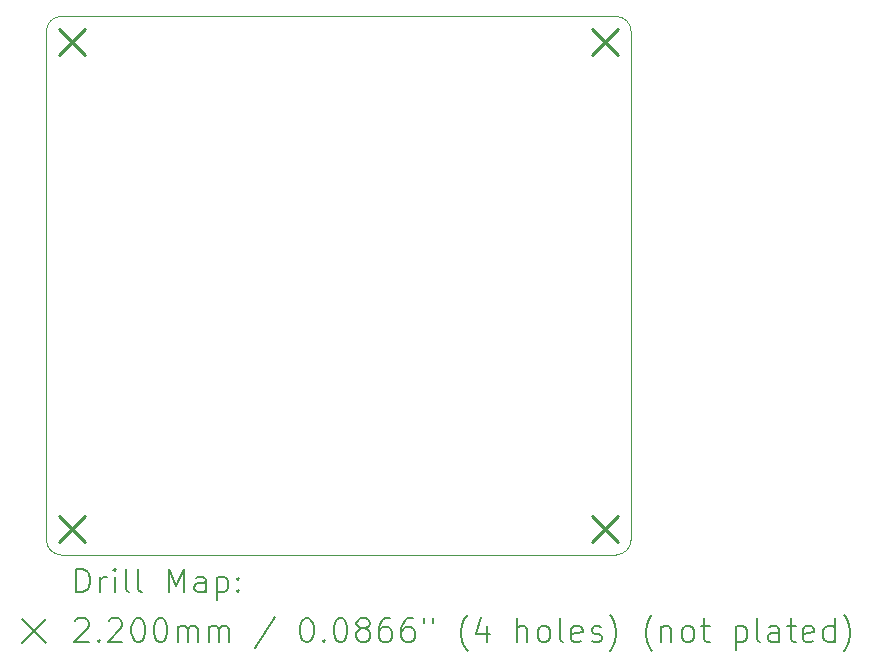
<source format=gbr>
%TF.GenerationSoftware,KiCad,Pcbnew,7.0.5*%
%TF.CreationDate,2024-09-25T00:19:19+08:00*%
%TF.ProjectId,TPS,5450532e-6b69-4636-9164-5f7063625858,rev?*%
%TF.SameCoordinates,Original*%
%TF.FileFunction,Drillmap*%
%TF.FilePolarity,Positive*%
%FSLAX45Y45*%
G04 Gerber Fmt 4.5, Leading zero omitted, Abs format (unit mm)*
G04 Created by KiCad (PCBNEW 7.0.5) date 2024-09-25 00:19:19*
%MOMM*%
%LPD*%
G01*
G04 APERTURE LIST*
%ADD10C,0.120000*%
%ADD11C,0.200000*%
%ADD12C,0.220000*%
G04 APERTURE END LIST*
D10*
X8670500Y-2900000D02*
X3973100Y-2900000D01*
X3846100Y-7331600D02*
G75*
G03*
X3973100Y-7458600I127000J0D01*
G01*
X3973100Y-2900000D02*
G75*
G03*
X3846100Y-3027000I0J-127000D01*
G01*
X8797500Y-7331600D02*
X8797500Y-3027000D01*
X8670500Y-7458600D02*
X3973100Y-7458600D01*
X3846100Y-3027000D02*
X3846100Y-7331600D01*
X8670500Y-7458600D02*
G75*
G03*
X8797500Y-7331600I0J127000D01*
G01*
X8797500Y-3027000D02*
G75*
G03*
X8670500Y-2900000I-127000J0D01*
G01*
D11*
D12*
X3956100Y-3010000D02*
X4176100Y-3230000D01*
X4176100Y-3010000D02*
X3956100Y-3230000D01*
X3956100Y-7128600D02*
X4176100Y-7348600D01*
X4176100Y-7128600D02*
X3956100Y-7348600D01*
X8467500Y-3010000D02*
X8687500Y-3230000D01*
X8687500Y-3010000D02*
X8467500Y-3230000D01*
X8467500Y-7128600D02*
X8687500Y-7348600D01*
X8687500Y-7128600D02*
X8467500Y-7348600D01*
D11*
X4100877Y-7776084D02*
X4100877Y-7576084D01*
X4100877Y-7576084D02*
X4148496Y-7576084D01*
X4148496Y-7576084D02*
X4177067Y-7585608D01*
X4177067Y-7585608D02*
X4196115Y-7604655D01*
X4196115Y-7604655D02*
X4205639Y-7623703D01*
X4205639Y-7623703D02*
X4215163Y-7661798D01*
X4215163Y-7661798D02*
X4215163Y-7690369D01*
X4215163Y-7690369D02*
X4205639Y-7728465D01*
X4205639Y-7728465D02*
X4196115Y-7747512D01*
X4196115Y-7747512D02*
X4177067Y-7766560D01*
X4177067Y-7766560D02*
X4148496Y-7776084D01*
X4148496Y-7776084D02*
X4100877Y-7776084D01*
X4300877Y-7776084D02*
X4300877Y-7642750D01*
X4300877Y-7680846D02*
X4310401Y-7661798D01*
X4310401Y-7661798D02*
X4319924Y-7652274D01*
X4319924Y-7652274D02*
X4338972Y-7642750D01*
X4338972Y-7642750D02*
X4358020Y-7642750D01*
X4424686Y-7776084D02*
X4424686Y-7642750D01*
X4424686Y-7576084D02*
X4415163Y-7585608D01*
X4415163Y-7585608D02*
X4424686Y-7595131D01*
X4424686Y-7595131D02*
X4434210Y-7585608D01*
X4434210Y-7585608D02*
X4424686Y-7576084D01*
X4424686Y-7576084D02*
X4424686Y-7595131D01*
X4548496Y-7776084D02*
X4529448Y-7766560D01*
X4529448Y-7766560D02*
X4519924Y-7747512D01*
X4519924Y-7747512D02*
X4519924Y-7576084D01*
X4653258Y-7776084D02*
X4634210Y-7766560D01*
X4634210Y-7766560D02*
X4624686Y-7747512D01*
X4624686Y-7747512D02*
X4624686Y-7576084D01*
X4881829Y-7776084D02*
X4881829Y-7576084D01*
X4881829Y-7576084D02*
X4948496Y-7718941D01*
X4948496Y-7718941D02*
X5015163Y-7576084D01*
X5015163Y-7576084D02*
X5015163Y-7776084D01*
X5196115Y-7776084D02*
X5196115Y-7671322D01*
X5196115Y-7671322D02*
X5186591Y-7652274D01*
X5186591Y-7652274D02*
X5167544Y-7642750D01*
X5167544Y-7642750D02*
X5129448Y-7642750D01*
X5129448Y-7642750D02*
X5110401Y-7652274D01*
X5196115Y-7766560D02*
X5177067Y-7776084D01*
X5177067Y-7776084D02*
X5129448Y-7776084D01*
X5129448Y-7776084D02*
X5110401Y-7766560D01*
X5110401Y-7766560D02*
X5100877Y-7747512D01*
X5100877Y-7747512D02*
X5100877Y-7728465D01*
X5100877Y-7728465D02*
X5110401Y-7709417D01*
X5110401Y-7709417D02*
X5129448Y-7699893D01*
X5129448Y-7699893D02*
X5177067Y-7699893D01*
X5177067Y-7699893D02*
X5196115Y-7690369D01*
X5291353Y-7642750D02*
X5291353Y-7842750D01*
X5291353Y-7652274D02*
X5310401Y-7642750D01*
X5310401Y-7642750D02*
X5348496Y-7642750D01*
X5348496Y-7642750D02*
X5367544Y-7652274D01*
X5367544Y-7652274D02*
X5377067Y-7661798D01*
X5377067Y-7661798D02*
X5386591Y-7680846D01*
X5386591Y-7680846D02*
X5386591Y-7737988D01*
X5386591Y-7737988D02*
X5377067Y-7757036D01*
X5377067Y-7757036D02*
X5367544Y-7766560D01*
X5367544Y-7766560D02*
X5348496Y-7776084D01*
X5348496Y-7776084D02*
X5310401Y-7776084D01*
X5310401Y-7776084D02*
X5291353Y-7766560D01*
X5472305Y-7757036D02*
X5481829Y-7766560D01*
X5481829Y-7766560D02*
X5472305Y-7776084D01*
X5472305Y-7776084D02*
X5462782Y-7766560D01*
X5462782Y-7766560D02*
X5472305Y-7757036D01*
X5472305Y-7757036D02*
X5472305Y-7776084D01*
X5472305Y-7652274D02*
X5481829Y-7661798D01*
X5481829Y-7661798D02*
X5472305Y-7671322D01*
X5472305Y-7671322D02*
X5462782Y-7661798D01*
X5462782Y-7661798D02*
X5472305Y-7652274D01*
X5472305Y-7652274D02*
X5472305Y-7671322D01*
X3640100Y-8004600D02*
X3840100Y-8204600D01*
X3840100Y-8004600D02*
X3640100Y-8204600D01*
X4091353Y-8015131D02*
X4100877Y-8005608D01*
X4100877Y-8005608D02*
X4119924Y-7996084D01*
X4119924Y-7996084D02*
X4167543Y-7996084D01*
X4167543Y-7996084D02*
X4186591Y-8005608D01*
X4186591Y-8005608D02*
X4196115Y-8015131D01*
X4196115Y-8015131D02*
X4205639Y-8034179D01*
X4205639Y-8034179D02*
X4205639Y-8053227D01*
X4205639Y-8053227D02*
X4196115Y-8081798D01*
X4196115Y-8081798D02*
X4081829Y-8196084D01*
X4081829Y-8196084D02*
X4205639Y-8196084D01*
X4291353Y-8177036D02*
X4300877Y-8186560D01*
X4300877Y-8186560D02*
X4291353Y-8196084D01*
X4291353Y-8196084D02*
X4281829Y-8186560D01*
X4281829Y-8186560D02*
X4291353Y-8177036D01*
X4291353Y-8177036D02*
X4291353Y-8196084D01*
X4377067Y-8015131D02*
X4386591Y-8005608D01*
X4386591Y-8005608D02*
X4405639Y-7996084D01*
X4405639Y-7996084D02*
X4453258Y-7996084D01*
X4453258Y-7996084D02*
X4472305Y-8005608D01*
X4472305Y-8005608D02*
X4481829Y-8015131D01*
X4481829Y-8015131D02*
X4491353Y-8034179D01*
X4491353Y-8034179D02*
X4491353Y-8053227D01*
X4491353Y-8053227D02*
X4481829Y-8081798D01*
X4481829Y-8081798D02*
X4367544Y-8196084D01*
X4367544Y-8196084D02*
X4491353Y-8196084D01*
X4615163Y-7996084D02*
X4634210Y-7996084D01*
X4634210Y-7996084D02*
X4653258Y-8005608D01*
X4653258Y-8005608D02*
X4662782Y-8015131D01*
X4662782Y-8015131D02*
X4672305Y-8034179D01*
X4672305Y-8034179D02*
X4681829Y-8072274D01*
X4681829Y-8072274D02*
X4681829Y-8119893D01*
X4681829Y-8119893D02*
X4672305Y-8157988D01*
X4672305Y-8157988D02*
X4662782Y-8177036D01*
X4662782Y-8177036D02*
X4653258Y-8186560D01*
X4653258Y-8186560D02*
X4634210Y-8196084D01*
X4634210Y-8196084D02*
X4615163Y-8196084D01*
X4615163Y-8196084D02*
X4596115Y-8186560D01*
X4596115Y-8186560D02*
X4586591Y-8177036D01*
X4586591Y-8177036D02*
X4577067Y-8157988D01*
X4577067Y-8157988D02*
X4567544Y-8119893D01*
X4567544Y-8119893D02*
X4567544Y-8072274D01*
X4567544Y-8072274D02*
X4577067Y-8034179D01*
X4577067Y-8034179D02*
X4586591Y-8015131D01*
X4586591Y-8015131D02*
X4596115Y-8005608D01*
X4596115Y-8005608D02*
X4615163Y-7996084D01*
X4805639Y-7996084D02*
X4824686Y-7996084D01*
X4824686Y-7996084D02*
X4843734Y-8005608D01*
X4843734Y-8005608D02*
X4853258Y-8015131D01*
X4853258Y-8015131D02*
X4862782Y-8034179D01*
X4862782Y-8034179D02*
X4872305Y-8072274D01*
X4872305Y-8072274D02*
X4872305Y-8119893D01*
X4872305Y-8119893D02*
X4862782Y-8157988D01*
X4862782Y-8157988D02*
X4853258Y-8177036D01*
X4853258Y-8177036D02*
X4843734Y-8186560D01*
X4843734Y-8186560D02*
X4824686Y-8196084D01*
X4824686Y-8196084D02*
X4805639Y-8196084D01*
X4805639Y-8196084D02*
X4786591Y-8186560D01*
X4786591Y-8186560D02*
X4777067Y-8177036D01*
X4777067Y-8177036D02*
X4767544Y-8157988D01*
X4767544Y-8157988D02*
X4758020Y-8119893D01*
X4758020Y-8119893D02*
X4758020Y-8072274D01*
X4758020Y-8072274D02*
X4767544Y-8034179D01*
X4767544Y-8034179D02*
X4777067Y-8015131D01*
X4777067Y-8015131D02*
X4786591Y-8005608D01*
X4786591Y-8005608D02*
X4805639Y-7996084D01*
X4958020Y-8196084D02*
X4958020Y-8062750D01*
X4958020Y-8081798D02*
X4967544Y-8072274D01*
X4967544Y-8072274D02*
X4986591Y-8062750D01*
X4986591Y-8062750D02*
X5015163Y-8062750D01*
X5015163Y-8062750D02*
X5034210Y-8072274D01*
X5034210Y-8072274D02*
X5043734Y-8091322D01*
X5043734Y-8091322D02*
X5043734Y-8196084D01*
X5043734Y-8091322D02*
X5053258Y-8072274D01*
X5053258Y-8072274D02*
X5072305Y-8062750D01*
X5072305Y-8062750D02*
X5100877Y-8062750D01*
X5100877Y-8062750D02*
X5119925Y-8072274D01*
X5119925Y-8072274D02*
X5129448Y-8091322D01*
X5129448Y-8091322D02*
X5129448Y-8196084D01*
X5224686Y-8196084D02*
X5224686Y-8062750D01*
X5224686Y-8081798D02*
X5234210Y-8072274D01*
X5234210Y-8072274D02*
X5253258Y-8062750D01*
X5253258Y-8062750D02*
X5281829Y-8062750D01*
X5281829Y-8062750D02*
X5300877Y-8072274D01*
X5300877Y-8072274D02*
X5310401Y-8091322D01*
X5310401Y-8091322D02*
X5310401Y-8196084D01*
X5310401Y-8091322D02*
X5319925Y-8072274D01*
X5319925Y-8072274D02*
X5338972Y-8062750D01*
X5338972Y-8062750D02*
X5367544Y-8062750D01*
X5367544Y-8062750D02*
X5386591Y-8072274D01*
X5386591Y-8072274D02*
X5396115Y-8091322D01*
X5396115Y-8091322D02*
X5396115Y-8196084D01*
X5786591Y-7986560D02*
X5615163Y-8243703D01*
X6043734Y-7996084D02*
X6062782Y-7996084D01*
X6062782Y-7996084D02*
X6081829Y-8005608D01*
X6081829Y-8005608D02*
X6091353Y-8015131D01*
X6091353Y-8015131D02*
X6100877Y-8034179D01*
X6100877Y-8034179D02*
X6110401Y-8072274D01*
X6110401Y-8072274D02*
X6110401Y-8119893D01*
X6110401Y-8119893D02*
X6100877Y-8157988D01*
X6100877Y-8157988D02*
X6091353Y-8177036D01*
X6091353Y-8177036D02*
X6081829Y-8186560D01*
X6081829Y-8186560D02*
X6062782Y-8196084D01*
X6062782Y-8196084D02*
X6043734Y-8196084D01*
X6043734Y-8196084D02*
X6024686Y-8186560D01*
X6024686Y-8186560D02*
X6015163Y-8177036D01*
X6015163Y-8177036D02*
X6005639Y-8157988D01*
X6005639Y-8157988D02*
X5996115Y-8119893D01*
X5996115Y-8119893D02*
X5996115Y-8072274D01*
X5996115Y-8072274D02*
X6005639Y-8034179D01*
X6005639Y-8034179D02*
X6015163Y-8015131D01*
X6015163Y-8015131D02*
X6024686Y-8005608D01*
X6024686Y-8005608D02*
X6043734Y-7996084D01*
X6196115Y-8177036D02*
X6205639Y-8186560D01*
X6205639Y-8186560D02*
X6196115Y-8196084D01*
X6196115Y-8196084D02*
X6186591Y-8186560D01*
X6186591Y-8186560D02*
X6196115Y-8177036D01*
X6196115Y-8177036D02*
X6196115Y-8196084D01*
X6329448Y-7996084D02*
X6348496Y-7996084D01*
X6348496Y-7996084D02*
X6367544Y-8005608D01*
X6367544Y-8005608D02*
X6377067Y-8015131D01*
X6377067Y-8015131D02*
X6386591Y-8034179D01*
X6386591Y-8034179D02*
X6396115Y-8072274D01*
X6396115Y-8072274D02*
X6396115Y-8119893D01*
X6396115Y-8119893D02*
X6386591Y-8157988D01*
X6386591Y-8157988D02*
X6377067Y-8177036D01*
X6377067Y-8177036D02*
X6367544Y-8186560D01*
X6367544Y-8186560D02*
X6348496Y-8196084D01*
X6348496Y-8196084D02*
X6329448Y-8196084D01*
X6329448Y-8196084D02*
X6310401Y-8186560D01*
X6310401Y-8186560D02*
X6300877Y-8177036D01*
X6300877Y-8177036D02*
X6291353Y-8157988D01*
X6291353Y-8157988D02*
X6281829Y-8119893D01*
X6281829Y-8119893D02*
X6281829Y-8072274D01*
X6281829Y-8072274D02*
X6291353Y-8034179D01*
X6291353Y-8034179D02*
X6300877Y-8015131D01*
X6300877Y-8015131D02*
X6310401Y-8005608D01*
X6310401Y-8005608D02*
X6329448Y-7996084D01*
X6510401Y-8081798D02*
X6491353Y-8072274D01*
X6491353Y-8072274D02*
X6481829Y-8062750D01*
X6481829Y-8062750D02*
X6472306Y-8043703D01*
X6472306Y-8043703D02*
X6472306Y-8034179D01*
X6472306Y-8034179D02*
X6481829Y-8015131D01*
X6481829Y-8015131D02*
X6491353Y-8005608D01*
X6491353Y-8005608D02*
X6510401Y-7996084D01*
X6510401Y-7996084D02*
X6548496Y-7996084D01*
X6548496Y-7996084D02*
X6567544Y-8005608D01*
X6567544Y-8005608D02*
X6577067Y-8015131D01*
X6577067Y-8015131D02*
X6586591Y-8034179D01*
X6586591Y-8034179D02*
X6586591Y-8043703D01*
X6586591Y-8043703D02*
X6577067Y-8062750D01*
X6577067Y-8062750D02*
X6567544Y-8072274D01*
X6567544Y-8072274D02*
X6548496Y-8081798D01*
X6548496Y-8081798D02*
X6510401Y-8081798D01*
X6510401Y-8081798D02*
X6491353Y-8091322D01*
X6491353Y-8091322D02*
X6481829Y-8100846D01*
X6481829Y-8100846D02*
X6472306Y-8119893D01*
X6472306Y-8119893D02*
X6472306Y-8157988D01*
X6472306Y-8157988D02*
X6481829Y-8177036D01*
X6481829Y-8177036D02*
X6491353Y-8186560D01*
X6491353Y-8186560D02*
X6510401Y-8196084D01*
X6510401Y-8196084D02*
X6548496Y-8196084D01*
X6548496Y-8196084D02*
X6567544Y-8186560D01*
X6567544Y-8186560D02*
X6577067Y-8177036D01*
X6577067Y-8177036D02*
X6586591Y-8157988D01*
X6586591Y-8157988D02*
X6586591Y-8119893D01*
X6586591Y-8119893D02*
X6577067Y-8100846D01*
X6577067Y-8100846D02*
X6567544Y-8091322D01*
X6567544Y-8091322D02*
X6548496Y-8081798D01*
X6758020Y-7996084D02*
X6719925Y-7996084D01*
X6719925Y-7996084D02*
X6700877Y-8005608D01*
X6700877Y-8005608D02*
X6691353Y-8015131D01*
X6691353Y-8015131D02*
X6672306Y-8043703D01*
X6672306Y-8043703D02*
X6662782Y-8081798D01*
X6662782Y-8081798D02*
X6662782Y-8157988D01*
X6662782Y-8157988D02*
X6672306Y-8177036D01*
X6672306Y-8177036D02*
X6681829Y-8186560D01*
X6681829Y-8186560D02*
X6700877Y-8196084D01*
X6700877Y-8196084D02*
X6738972Y-8196084D01*
X6738972Y-8196084D02*
X6758020Y-8186560D01*
X6758020Y-8186560D02*
X6767544Y-8177036D01*
X6767544Y-8177036D02*
X6777067Y-8157988D01*
X6777067Y-8157988D02*
X6777067Y-8110369D01*
X6777067Y-8110369D02*
X6767544Y-8091322D01*
X6767544Y-8091322D02*
X6758020Y-8081798D01*
X6758020Y-8081798D02*
X6738972Y-8072274D01*
X6738972Y-8072274D02*
X6700877Y-8072274D01*
X6700877Y-8072274D02*
X6681829Y-8081798D01*
X6681829Y-8081798D02*
X6672306Y-8091322D01*
X6672306Y-8091322D02*
X6662782Y-8110369D01*
X6948496Y-7996084D02*
X6910401Y-7996084D01*
X6910401Y-7996084D02*
X6891353Y-8005608D01*
X6891353Y-8005608D02*
X6881829Y-8015131D01*
X6881829Y-8015131D02*
X6862782Y-8043703D01*
X6862782Y-8043703D02*
X6853258Y-8081798D01*
X6853258Y-8081798D02*
X6853258Y-8157988D01*
X6853258Y-8157988D02*
X6862782Y-8177036D01*
X6862782Y-8177036D02*
X6872306Y-8186560D01*
X6872306Y-8186560D02*
X6891353Y-8196084D01*
X6891353Y-8196084D02*
X6929448Y-8196084D01*
X6929448Y-8196084D02*
X6948496Y-8186560D01*
X6948496Y-8186560D02*
X6958020Y-8177036D01*
X6958020Y-8177036D02*
X6967544Y-8157988D01*
X6967544Y-8157988D02*
X6967544Y-8110369D01*
X6967544Y-8110369D02*
X6958020Y-8091322D01*
X6958020Y-8091322D02*
X6948496Y-8081798D01*
X6948496Y-8081798D02*
X6929448Y-8072274D01*
X6929448Y-8072274D02*
X6891353Y-8072274D01*
X6891353Y-8072274D02*
X6872306Y-8081798D01*
X6872306Y-8081798D02*
X6862782Y-8091322D01*
X6862782Y-8091322D02*
X6853258Y-8110369D01*
X7043734Y-7996084D02*
X7043734Y-8034179D01*
X7119925Y-7996084D02*
X7119925Y-8034179D01*
X7415163Y-8272274D02*
X7405639Y-8262750D01*
X7405639Y-8262750D02*
X7386591Y-8234179D01*
X7386591Y-8234179D02*
X7377068Y-8215131D01*
X7377068Y-8215131D02*
X7367544Y-8186560D01*
X7367544Y-8186560D02*
X7358020Y-8138941D01*
X7358020Y-8138941D02*
X7358020Y-8100846D01*
X7358020Y-8100846D02*
X7367544Y-8053227D01*
X7367544Y-8053227D02*
X7377068Y-8024655D01*
X7377068Y-8024655D02*
X7386591Y-8005608D01*
X7386591Y-8005608D02*
X7405639Y-7977036D01*
X7405639Y-7977036D02*
X7415163Y-7967512D01*
X7577068Y-8062750D02*
X7577068Y-8196084D01*
X7529448Y-7986560D02*
X7481829Y-8129417D01*
X7481829Y-8129417D02*
X7605639Y-8129417D01*
X7834210Y-8196084D02*
X7834210Y-7996084D01*
X7919925Y-8196084D02*
X7919925Y-8091322D01*
X7919925Y-8091322D02*
X7910401Y-8072274D01*
X7910401Y-8072274D02*
X7891353Y-8062750D01*
X7891353Y-8062750D02*
X7862782Y-8062750D01*
X7862782Y-8062750D02*
X7843734Y-8072274D01*
X7843734Y-8072274D02*
X7834210Y-8081798D01*
X8043734Y-8196084D02*
X8024687Y-8186560D01*
X8024687Y-8186560D02*
X8015163Y-8177036D01*
X8015163Y-8177036D02*
X8005639Y-8157988D01*
X8005639Y-8157988D02*
X8005639Y-8100846D01*
X8005639Y-8100846D02*
X8015163Y-8081798D01*
X8015163Y-8081798D02*
X8024687Y-8072274D01*
X8024687Y-8072274D02*
X8043734Y-8062750D01*
X8043734Y-8062750D02*
X8072306Y-8062750D01*
X8072306Y-8062750D02*
X8091353Y-8072274D01*
X8091353Y-8072274D02*
X8100877Y-8081798D01*
X8100877Y-8081798D02*
X8110401Y-8100846D01*
X8110401Y-8100846D02*
X8110401Y-8157988D01*
X8110401Y-8157988D02*
X8100877Y-8177036D01*
X8100877Y-8177036D02*
X8091353Y-8186560D01*
X8091353Y-8186560D02*
X8072306Y-8196084D01*
X8072306Y-8196084D02*
X8043734Y-8196084D01*
X8224687Y-8196084D02*
X8205639Y-8186560D01*
X8205639Y-8186560D02*
X8196115Y-8167512D01*
X8196115Y-8167512D02*
X8196115Y-7996084D01*
X8377068Y-8186560D02*
X8358020Y-8196084D01*
X8358020Y-8196084D02*
X8319925Y-8196084D01*
X8319925Y-8196084D02*
X8300877Y-8186560D01*
X8300877Y-8186560D02*
X8291353Y-8167512D01*
X8291353Y-8167512D02*
X8291353Y-8091322D01*
X8291353Y-8091322D02*
X8300877Y-8072274D01*
X8300877Y-8072274D02*
X8319925Y-8062750D01*
X8319925Y-8062750D02*
X8358020Y-8062750D01*
X8358020Y-8062750D02*
X8377068Y-8072274D01*
X8377068Y-8072274D02*
X8386591Y-8091322D01*
X8386591Y-8091322D02*
X8386591Y-8110369D01*
X8386591Y-8110369D02*
X8291353Y-8129417D01*
X8462782Y-8186560D02*
X8481830Y-8196084D01*
X8481830Y-8196084D02*
X8519925Y-8196084D01*
X8519925Y-8196084D02*
X8538973Y-8186560D01*
X8538973Y-8186560D02*
X8548496Y-8167512D01*
X8548496Y-8167512D02*
X8548496Y-8157988D01*
X8548496Y-8157988D02*
X8538973Y-8138941D01*
X8538973Y-8138941D02*
X8519925Y-8129417D01*
X8519925Y-8129417D02*
X8491353Y-8129417D01*
X8491353Y-8129417D02*
X8472306Y-8119893D01*
X8472306Y-8119893D02*
X8462782Y-8100846D01*
X8462782Y-8100846D02*
X8462782Y-8091322D01*
X8462782Y-8091322D02*
X8472306Y-8072274D01*
X8472306Y-8072274D02*
X8491353Y-8062750D01*
X8491353Y-8062750D02*
X8519925Y-8062750D01*
X8519925Y-8062750D02*
X8538973Y-8072274D01*
X8615163Y-8272274D02*
X8624687Y-8262750D01*
X8624687Y-8262750D02*
X8643734Y-8234179D01*
X8643734Y-8234179D02*
X8653258Y-8215131D01*
X8653258Y-8215131D02*
X8662782Y-8186560D01*
X8662782Y-8186560D02*
X8672306Y-8138941D01*
X8672306Y-8138941D02*
X8672306Y-8100846D01*
X8672306Y-8100846D02*
X8662782Y-8053227D01*
X8662782Y-8053227D02*
X8653258Y-8024655D01*
X8653258Y-8024655D02*
X8643734Y-8005608D01*
X8643734Y-8005608D02*
X8624687Y-7977036D01*
X8624687Y-7977036D02*
X8615163Y-7967512D01*
X8977068Y-8272274D02*
X8967544Y-8262750D01*
X8967544Y-8262750D02*
X8948496Y-8234179D01*
X8948496Y-8234179D02*
X8938973Y-8215131D01*
X8938973Y-8215131D02*
X8929449Y-8186560D01*
X8929449Y-8186560D02*
X8919925Y-8138941D01*
X8919925Y-8138941D02*
X8919925Y-8100846D01*
X8919925Y-8100846D02*
X8929449Y-8053227D01*
X8929449Y-8053227D02*
X8938973Y-8024655D01*
X8938973Y-8024655D02*
X8948496Y-8005608D01*
X8948496Y-8005608D02*
X8967544Y-7977036D01*
X8967544Y-7977036D02*
X8977068Y-7967512D01*
X9053258Y-8062750D02*
X9053258Y-8196084D01*
X9053258Y-8081798D02*
X9062782Y-8072274D01*
X9062782Y-8072274D02*
X9081830Y-8062750D01*
X9081830Y-8062750D02*
X9110401Y-8062750D01*
X9110401Y-8062750D02*
X9129449Y-8072274D01*
X9129449Y-8072274D02*
X9138973Y-8091322D01*
X9138973Y-8091322D02*
X9138973Y-8196084D01*
X9262782Y-8196084D02*
X9243734Y-8186560D01*
X9243734Y-8186560D02*
X9234211Y-8177036D01*
X9234211Y-8177036D02*
X9224687Y-8157988D01*
X9224687Y-8157988D02*
X9224687Y-8100846D01*
X9224687Y-8100846D02*
X9234211Y-8081798D01*
X9234211Y-8081798D02*
X9243734Y-8072274D01*
X9243734Y-8072274D02*
X9262782Y-8062750D01*
X9262782Y-8062750D02*
X9291354Y-8062750D01*
X9291354Y-8062750D02*
X9310401Y-8072274D01*
X9310401Y-8072274D02*
X9319925Y-8081798D01*
X9319925Y-8081798D02*
X9329449Y-8100846D01*
X9329449Y-8100846D02*
X9329449Y-8157988D01*
X9329449Y-8157988D02*
X9319925Y-8177036D01*
X9319925Y-8177036D02*
X9310401Y-8186560D01*
X9310401Y-8186560D02*
X9291354Y-8196084D01*
X9291354Y-8196084D02*
X9262782Y-8196084D01*
X9386592Y-8062750D02*
X9462782Y-8062750D01*
X9415163Y-7996084D02*
X9415163Y-8167512D01*
X9415163Y-8167512D02*
X9424687Y-8186560D01*
X9424687Y-8186560D02*
X9443734Y-8196084D01*
X9443734Y-8196084D02*
X9462782Y-8196084D01*
X9681830Y-8062750D02*
X9681830Y-8262750D01*
X9681830Y-8072274D02*
X9700877Y-8062750D01*
X9700877Y-8062750D02*
X9738973Y-8062750D01*
X9738973Y-8062750D02*
X9758020Y-8072274D01*
X9758020Y-8072274D02*
X9767544Y-8081798D01*
X9767544Y-8081798D02*
X9777068Y-8100846D01*
X9777068Y-8100846D02*
X9777068Y-8157988D01*
X9777068Y-8157988D02*
X9767544Y-8177036D01*
X9767544Y-8177036D02*
X9758020Y-8186560D01*
X9758020Y-8186560D02*
X9738973Y-8196084D01*
X9738973Y-8196084D02*
X9700877Y-8196084D01*
X9700877Y-8196084D02*
X9681830Y-8186560D01*
X9891354Y-8196084D02*
X9872306Y-8186560D01*
X9872306Y-8186560D02*
X9862782Y-8167512D01*
X9862782Y-8167512D02*
X9862782Y-7996084D01*
X10053258Y-8196084D02*
X10053258Y-8091322D01*
X10053258Y-8091322D02*
X10043735Y-8072274D01*
X10043735Y-8072274D02*
X10024687Y-8062750D01*
X10024687Y-8062750D02*
X9986592Y-8062750D01*
X9986592Y-8062750D02*
X9967544Y-8072274D01*
X10053258Y-8186560D02*
X10034211Y-8196084D01*
X10034211Y-8196084D02*
X9986592Y-8196084D01*
X9986592Y-8196084D02*
X9967544Y-8186560D01*
X9967544Y-8186560D02*
X9958020Y-8167512D01*
X9958020Y-8167512D02*
X9958020Y-8148465D01*
X9958020Y-8148465D02*
X9967544Y-8129417D01*
X9967544Y-8129417D02*
X9986592Y-8119893D01*
X9986592Y-8119893D02*
X10034211Y-8119893D01*
X10034211Y-8119893D02*
X10053258Y-8110369D01*
X10119925Y-8062750D02*
X10196115Y-8062750D01*
X10148496Y-7996084D02*
X10148496Y-8167512D01*
X10148496Y-8167512D02*
X10158020Y-8186560D01*
X10158020Y-8186560D02*
X10177068Y-8196084D01*
X10177068Y-8196084D02*
X10196115Y-8196084D01*
X10338973Y-8186560D02*
X10319925Y-8196084D01*
X10319925Y-8196084D02*
X10281830Y-8196084D01*
X10281830Y-8196084D02*
X10262782Y-8186560D01*
X10262782Y-8186560D02*
X10253258Y-8167512D01*
X10253258Y-8167512D02*
X10253258Y-8091322D01*
X10253258Y-8091322D02*
X10262782Y-8072274D01*
X10262782Y-8072274D02*
X10281830Y-8062750D01*
X10281830Y-8062750D02*
X10319925Y-8062750D01*
X10319925Y-8062750D02*
X10338973Y-8072274D01*
X10338973Y-8072274D02*
X10348496Y-8091322D01*
X10348496Y-8091322D02*
X10348496Y-8110369D01*
X10348496Y-8110369D02*
X10253258Y-8129417D01*
X10519925Y-8196084D02*
X10519925Y-7996084D01*
X10519925Y-8186560D02*
X10500877Y-8196084D01*
X10500877Y-8196084D02*
X10462782Y-8196084D01*
X10462782Y-8196084D02*
X10443735Y-8186560D01*
X10443735Y-8186560D02*
X10434211Y-8177036D01*
X10434211Y-8177036D02*
X10424687Y-8157988D01*
X10424687Y-8157988D02*
X10424687Y-8100846D01*
X10424687Y-8100846D02*
X10434211Y-8081798D01*
X10434211Y-8081798D02*
X10443735Y-8072274D01*
X10443735Y-8072274D02*
X10462782Y-8062750D01*
X10462782Y-8062750D02*
X10500877Y-8062750D01*
X10500877Y-8062750D02*
X10519925Y-8072274D01*
X10596116Y-8272274D02*
X10605639Y-8262750D01*
X10605639Y-8262750D02*
X10624687Y-8234179D01*
X10624687Y-8234179D02*
X10634211Y-8215131D01*
X10634211Y-8215131D02*
X10643735Y-8186560D01*
X10643735Y-8186560D02*
X10653258Y-8138941D01*
X10653258Y-8138941D02*
X10653258Y-8100846D01*
X10653258Y-8100846D02*
X10643735Y-8053227D01*
X10643735Y-8053227D02*
X10634211Y-8024655D01*
X10634211Y-8024655D02*
X10624687Y-8005608D01*
X10624687Y-8005608D02*
X10605639Y-7977036D01*
X10605639Y-7977036D02*
X10596116Y-7967512D01*
M02*

</source>
